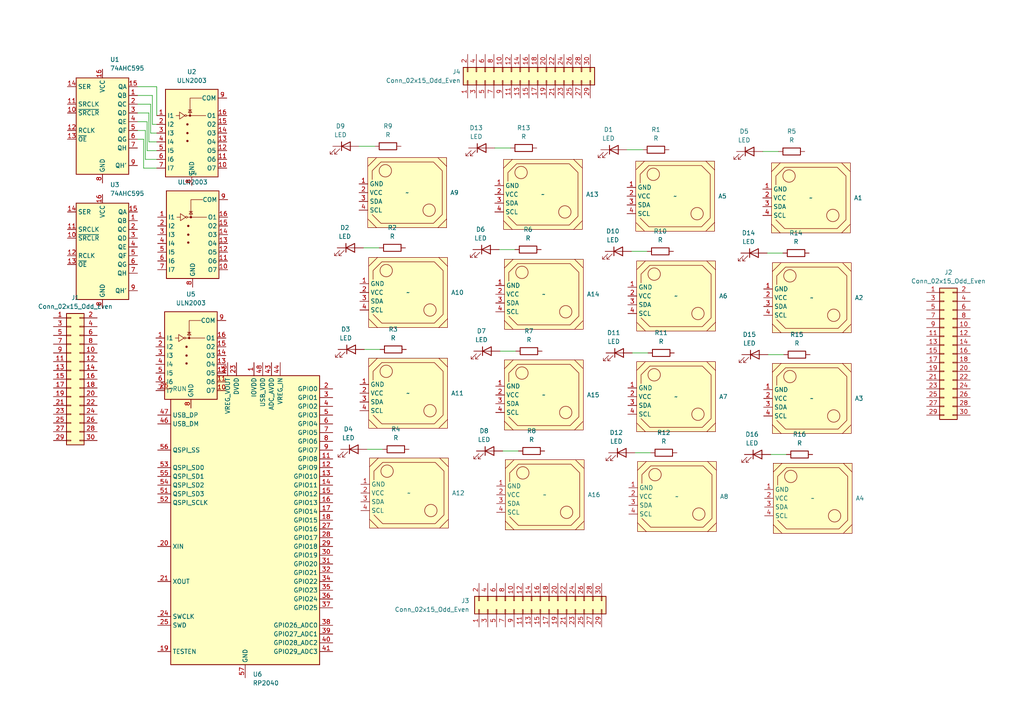
<source format=kicad_sch>
(kicad_sch (version 20230121) (generator eeschema)
  (paper "A4")
  (lib_symbols
    (symbol "74xx:74AHC595"
      (property "Reference" "U" (at -7.62 13.97 0))
      (property "Value" "74AHC595" (at -7.62 -16.51 0))
      (symbol "74AHC595_1_0"
        (pin tri_state line (at 10.16 7.62 180) (length 2.54) (name "QB") (number "1"))
        (pin input line (at -10.16 2.54 0) (length 2.54) (name "~{SRCLR}") (number "10"))
        (pin input line (at -10.16 5.08 0) (length 2.54) (name "SRCLK") (number "11"))
        (pin input line (at -10.16 -2.54 0) (length 2.54) (name "RCLK") (number "12"))
        (pin input line (at -10.16 -5.08 0) (length 2.54) (name "~{OE}") (number "13"))
        (pin input line (at -10.16 10.16 0) (length 2.54) (name "SER") (number "14"))
        (pin tri_state line (at 10.16 10.16 180) (length 2.54) (name "QA") (number "15"))
        (pin power_in line (at 0 15.24 270) (length 2.54) (name "VCC") (number "16"))
        (pin tri_state line (at 10.16 5.08 180) (length 2.54) (name "QC") (number "2"))
        (pin tri_state line (at 10.16 2.54 180) (length 2.54) (name "QD") (number "3"))
        (pin tri_state line (at 10.16 0 180) (length 2.54) (name "QE") (number "4"))
        (pin tri_state line (at 10.16 -2.54 180) (length 2.54) (name "QF") (number "5"))
        (pin tri_state line (at 10.16 -5.08 180) (length 2.54) (name "QG") (number "6"))
        (pin tri_state line (at 10.16 -7.62 180) (length 2.54) (name "QH") (number "7"))
        (pin power_in line (at 0 -17.78 90) (length 2.54) (name "GND") (number "8"))
        (pin output line (at 10.16 -12.7 180) (length 2.54) (name "QH'") (number "9"))
      )
      (symbol "74AHC595_1_1"
        (rectangle (start -7.62 12.7) (end 7.62 -15.24) (stroke (width 0.254)) (fill (type background)))
      )
    )
    (symbol "Connector_Generic:Conn_02x15_Odd_Even" (pin_names (offset 1.016) hide)
      (property "Reference" "J" (at 1.27 20.32 0))
      (property "Value" "Conn_02x15_Odd_Even" (at 1.27 -20.32 0))
      (symbol "Conn_02x15_Odd_Even_1_1"
        (rectangle (start -1.27 -17.653) (end 0 -17.907) (stroke (width 0.1524)))
        (rectangle (start -1.27 -15.113) (end 0 -15.367) (stroke (width 0.1524)))
        (rectangle (start -1.27 -12.573) (end 0 -12.827) (stroke (width 0.1524)))
        (rectangle (start -1.27 -10.033) (end 0 -10.287) (stroke (width 0.1524)))
        (rectangle (start -1.27 -7.493) (end 0 -7.747) (stroke (width 0.1524)))
        (rectangle (start -1.27 -4.953) (end 0 -5.207) (stroke (width 0.1524)))
        (rectangle (start -1.27 -2.413) (end 0 -2.667) (stroke (width 0.1524)))
        (rectangle (start -1.27 0.127) (end 0 -0.127) (stroke (width 0.1524)))
        (rectangle (start -1.27 2.667) (end 0 2.413) (stroke (width 0.1524)))
        (rectangle (start -1.27 5.207) (end 0 4.953) (stroke (width 0.1524)))
        (rectangle (start -1.27 7.747) (end 0 7.493) (stroke (width 0.1524)))
        (rectangle (start -1.27 10.287) (end 0 10.033) (stroke (width 0.1524)))
        (rectangle (start -1.27 12.827) (end 0 12.573) (stroke (width 0.1524)))
        (rectangle (start -1.27 15.367) (end 0 15.113) (stroke (width 0.1524)))
        (rectangle (start -1.27 17.907) (end 0 17.653) (stroke (width 0.1524)))
        (rectangle (start -1.27 19.05) (end 3.81 -19.05) (stroke (width 0.254)) (fill (type background)))
        (rectangle (start 3.81 -17.653) (end 2.54 -17.907) (stroke (width 0.1524)))
        (rectangle (start 3.81 -15.113) (end 2.54 -15.367) (stroke (width 0.1524)))
        (rectangle (start 3.81 -12.573) (end 2.54 -12.827) (stroke (width 0.1524)))
        (rectangle (start 3.81 -10.033) (end 2.54 -10.287) (stroke (width 0.1524)))
        (rectangle (start 3.81 -7.493) (end 2.54 -7.747) (stroke (width 0.1524)))
        (rectangle (start 3.81 -4.953) (end 2.54 -5.207) (stroke (width 0.1524)))
        (rectangle (start 3.81 -2.413) (end 2.54 -2.667) (stroke (width 0.1524)))
        (rectangle (start 3.81 0.127) (end 2.54 -0.127) (stroke (width 0.1524)))
        (rectangle (start 3.81 2.667) (end 2.54 2.413) (stroke (width 0.1524)))
        (rectangle (start 3.81 5.207) (end 2.54 4.953) (stroke (width 0.1524)))
        (rectangle (start 3.81 7.747) (end 2.54 7.493) (stroke (width 0.1524)))
        (rectangle (start 3.81 10.287) (end 2.54 10.033) (stroke (width 0.1524)))
        (rectangle (start 3.81 12.827) (end 2.54 12.573) (stroke (width 0.1524)))
        (rectangle (start 3.81 15.367) (end 2.54 15.113) (stroke (width 0.1524)))
        (rectangle (start 3.81 17.907) (end 2.54 17.653) (stroke (width 0.1524)))
        (pin passive line (at -5.08 17.78 0) (length 3.81) (name "Pin_1") (number "1"))
        (pin passive line (at 7.62 7.62 180) (length 3.81) (name "Pin_10") (number "10"))
        (pin passive line (at -5.08 5.08 0) (length 3.81) (name "Pin_11") (number "11"))
        (pin passive line (at 7.62 5.08 180) (length 3.81) (name "Pin_12") (number "12"))
        (pin passive line (at -5.08 2.54 0) (length 3.81) (name "Pin_13") (number "13"))
        (pin passive line (at 7.62 2.54 180) (length 3.81) (name "Pin_14") (number "14"))
        (pin passive line (at -5.08 0 0) (length 3.81) (name "Pin_15") (number "15"))
        (pin passive line (at 7.62 0 180) (length 3.81) (name "Pin_16") (number "16"))
        (pin passive line (at -5.08 -2.54 0) (length 3.81) (name "Pin_17") (number "17"))
        (pin passive line (at 7.62 -2.54 180) (length 3.81) (name "Pin_18") (number "18"))
        (pin passive line (at -5.08 -5.08 0) (length 3.81) (name "Pin_19") (number "19"))
        (pin passive line (at 7.62 17.78 180) (length 3.81) (name "Pin_2") (number "2"))
        (pin passive line (at 7.62 -5.08 180) (length 3.81) (name "Pin_20") (number "20"))
        (pin passive line (at -5.08 -7.62 0) (length 3.81) (name "Pin_21") (number "21"))
        (pin passive line (at 7.62 -7.62 180) (length 3.81) (name "Pin_22") (number "22"))
        (pin passive line (at -5.08 -10.16 0) (length 3.81) (name "Pin_23") (number "23"))
        (pin passive line (at 7.62 -10.16 180) (length 3.81) (name "Pin_24") (number "24"))
        (pin passive line (at -5.08 -12.7 0) (length 3.81) (name "Pin_25") (number "25"))
        (pin passive line (at 7.62 -12.7 180) (length 3.81) (name "Pin_26") (number "26"))
        (pin passive line (at -5.08 -15.24 0) (length 3.81) (name "Pin_27") (number "27"))
        (pin passive line (at 7.62 -15.24 180) (length 3.81) (name "Pin_28") (number "28"))
        (pin passive line (at -5.08 -17.78 0) (length 3.81) (name "Pin_29") (number "29"))
        (pin passive line (at -5.08 15.24 0) (length 3.81) (name "Pin_3") (number "3"))
        (pin passive line (at 7.62 -17.78 180) (length 3.81) (name "Pin_30") (number "30"))
        (pin passive line (at 7.62 15.24 180) (length 3.81) (name "Pin_4") (number "4"))
        (pin passive line (at -5.08 12.7 0) (length 3.81) (name "Pin_5") (number "5"))
        (pin passive line (at 7.62 12.7 180) (length 3.81) (name "Pin_6") (number "6"))
        (pin passive line (at -5.08 10.16 0) (length 3.81) (name "Pin_7") (number "7"))
        (pin passive line (at 7.62 10.16 180) (length 3.81) (name "Pin_8") (number "8"))
        (pin passive line (at -5.08 7.62 0) (length 3.81) (name "Pin_9") (number "9"))
      )
    )
    (symbol "DZEM:PN532_NFC"
      (property "Reference" "A" (at -1.27 0 0))
      (symbol "PN532_NFC_0_1"
        (circle (center -6.35 6.35) (radius 1.7961))
        (polyline (pts (xy -11.43 7.62) (xy -8.89 10.16)))
        (polyline (pts (xy 8.89 10.16) (xy 11.43 7.62)))
        (polyline (pts (xy -10.16 3.81) (xy -10.16 6.35) (xy -7.62 8.89) (xy 7.62 8.89) (xy 10.16 6.35) (xy 10.16 -6.35) (xy 7.62 -8.89) (xy -6.35 -8.89) (xy -7.62 -8.89) (xy -10.16 -6.35)))
        (circle (center 6.35 -5.08) (radius 1.7961))
      )
      (symbol "PN532_NFC_1_1"
        (rectangle (start -11.43 10.16) (end 11.43 -10.16) (fill (type background)))
        (polyline (pts (xy -11.43 -7.62) (xy -8.89 -10.16)))
        (polyline (pts (xy 11.43 -7.62) (xy 8.89 -10.16)))
        (pin power_in line (at -13.97 2.54 0) (length 2.54) (name "GND") (number "1"))
        (pin power_in line (at -13.97 0 0) (length 2.54) (name "VCC") (number "2"))
        (pin bidirectional line (at -13.97 -2.54 0) (length 2.54) (name "SDA") (number "3"))
        (pin bidirectional line (at -13.97 -5.08 0) (length 2.54) (name "SCL") (number "4"))
      )
    )
    (symbol "Device:LED" (pin_numbers hide) (pin_names (offset 1.016) hide)
      (property "Reference" "D" (at 0 2.54 0))
      (property "Value" "LED" (at 0 -2.54 0))
      (symbol "LED_0_1"
        (polyline (pts (xy -1.27 -1.27) (xy -1.27 1.27)) (stroke (width 0.254)))
        (polyline (pts (xy -1.27 0) (xy 1.27 0)))
        (polyline (pts (xy 1.27 -1.27) (xy 1.27 1.27) (xy -1.27 0) (xy 1.27 -1.27)) (stroke (width 0.254)))
        (polyline (pts (xy -3.048 -0.762) (xy -4.572 -2.286) (xy -3.81 -2.286) (xy -4.572 -2.286) (xy -4.572 -1.524)))
        (polyline (pts (xy -1.778 -0.762) (xy -3.302 -2.286) (xy -2.54 -2.286) (xy -3.302 -2.286) (xy -3.302 -1.524)))
      )
      (symbol "LED_1_1"
        (pin passive line (at -3.81 0 0) (length 2.54) (name "K") (number "1"))
        (pin passive line (at 3.81 0 180) (length 2.54) (name "A") (number "2"))
      )
    )
    (symbol "Device:R" (pin_numbers hide) (pin_names (offset 0))
      (property "Reference" "R" (at 2.032 0 90))
      (property "Value" "R" (at 0 0 90))
      (symbol "R_0_1"
        (rectangle (start -1.016 -2.54) (end 1.016 2.54) (stroke (width 0.254)))
      )
      (symbol "R_1_1"
        (pin passive line (at 0 3.81 270) (length 1.27) (name "~") (number "1"))
        (pin passive line (at 0 -3.81 90) (length 1.27) (name "~") (number "2"))
      )
    )
    (symbol "MCU_RaspberryPi:RP2040"
      (property "Reference" "U" (at 17.78 45.72 0))
      (property "Value" "RP2040" (at 17.78 43.18 0))
      (symbol "RP2040_0_1"
        (rectangle (start -21.59 41.91) (end 21.59 -41.91) (stroke (width 0.254)) (fill (type background)))
      )
      (symbol "RP2040_1_1"
        (pin power_in line (at 2.54 45.72 270) (length 3.81) (name "IOVDD") (number "1"))
        (pin passive line (at 2.54 45.72 270) (length 3.81) hide (name "IOVDD") (number "10"))
        (pin bidirectional line (at 25.4 17.78 180) (length 3.81) (name "GPIO8") (number "11"))
        (pin bidirectional line (at 25.4 15.24 180) (length 3.81) (name "GPIO9") (number "12"))
        (pin bidirectional line (at 25.4 12.7 180) (length 3.81) (name "GPIO10") (number "13"))
        (pin bidirectional line (at 25.4 10.16 180) (length 3.81) (name "GPIO11") (number "14"))
        (pin bidirectional line (at 25.4 7.62 180) (length 3.81) (name "GPIO12") (number "15"))
        (pin bidirectional line (at 25.4 5.08 180) (length 3.81) (name "GPIO13") (number "16"))
        (pin bidirectional line (at 25.4 2.54 180) (length 3.81) (name "GPIO14") (number "17"))
        (pin bidirectional line (at 25.4 0 180) (length 3.81) (name "GPIO15") (number "18"))
        (pin input line (at -25.4 -38.1 0) (length 3.81) (name "TESTEN") (number "19"))
        (pin bidirectional line (at 25.4 38.1 180) (length 3.81) (name "GPIO0") (number "2"))
        (pin input line (at -25.4 -7.62 0) (length 3.81) (name "XIN") (number "20"))
        (pin passive line (at -25.4 -17.78 0) (length 3.81) (name "XOUT") (number "21"))
        (pin passive line (at 2.54 45.72 270) (length 3.81) hide (name "IOVDD") (number "22"))
        (pin power_in line (at -2.54 45.72 270) (length 3.81) (name "DVDD") (number "23"))
        (pin input line (at -25.4 -27.94 0) (length 3.81) (name "SWCLK") (number "24"))
        (pin bidirectional line (at -25.4 -30.48 0) (length 3.81) (name "SWD") (number "25"))
        (pin input line (at -25.4 38.1 0) (length 3.81) (name "RUN") (number "26"))
        (pin bidirectional line (at 25.4 -2.54 180) (length 3.81) (name "GPIO16") (number "27"))
        (pin bidirectional line (at 25.4 -5.08 180) (length 3.81) (name "GPIO17") (number "28"))
        (pin bidirectional line (at 25.4 -7.62 180) (length 3.81) (name "GPIO18") (number "29"))
        (pin bidirectional line (at 25.4 35.56 180) (length 3.81) (name "GPIO1") (number "3"))
        (pin bidirectional line (at 25.4 -10.16 180) (length 3.81) (name "GPIO19") (number "30"))
        (pin bidirectional line (at 25.4 -12.7 180) (length 3.81) (name "GPIO20") (number "31"))
        (pin bidirectional line (at 25.4 -15.24 180) (length 3.81) (name "GPIO21") (number "32"))
        (pin passive line (at 2.54 45.72 270) (length 3.81) hide (name "IOVDD") (number "33"))
        (pin bidirectional line (at 25.4 -17.78 180) (length 3.81) (name "GPIO22") (number "34"))
        (pin bidirectional line (at 25.4 -20.32 180) (length 3.81) (name "GPIO23") (number "35"))
        (pin bidirectional line (at 25.4 -22.86 180) (length 3.81) (name "GPIO24") (number "36"))
        (pin bidirectional line (at 25.4 -25.4 180) (length 3.81) (name "GPIO25") (number "37"))
        (pin bidirectional line (at 25.4 -30.48 180) (length 3.81) (name "GPIO26_ADC0") (number "38"))
        (pin bidirectional line (at 25.4 -33.02 180) (length 3.81) (name "GPIO27_ADC1") (number "39"))
        (pin bidirectional line (at 25.4 33.02 180) (length 3.81) (name "GPIO2") (number "4"))
        (pin bidirectional line (at 25.4 -35.56 180) (length 3.81) (name "GPIO28_ADC2") (number "40"))
        (pin bidirectional line (at 25.4 -38.1 180) (length 3.81) (name "GPIO29_ADC3") (number "41"))
        (pin passive line (at 2.54 45.72 270) (length 3.81) hide (name "IOVDD") (number "42"))
        (pin power_in line (at 7.62 45.72 270) (length 3.81) (name "ADC_AVDD") (number "43"))
        (pin power_in line (at 10.16 45.72 270) (length 3.81) (name "VREG_IN") (number "44"))
        (pin power_out line (at -5.08 45.72 270) (length 3.81) (name "VREG_VOUT") (number "45"))
        (pin bidirectional line (at -25.4 27.94 0) (length 3.81) (name "USB_DM") (number "46"))
        (pin bidirectional line (at -25.4 30.48 0) (length 3.81) (name "USB_DP") (number "47"))
        (pin power_in line (at 5.08 45.72 270) (length 3.81) (name "USB_VDD") (number "48"))
        (pin passive line (at 2.54 45.72 270) (length 3.81) hide (name "IOVDD") (number "49"))
        (pin bidirectional line (at 25.4 30.48 180) (length 3.81) (name "GPIO3") (number "5"))
        (pin passive line (at -2.54 45.72 270) (length 3.81) hide (name "DVDD") (number "50"))
        (pin bidirectional line (at -25.4 7.62 0) (length 3.81) (name "QSPI_SD3") (number "51"))
        (pin output line (at -25.4 5.08 0) (length 3.81) (name "QSPI_SCLK") (number "52"))
        (pin bidirectional line (at -25.4 15.24 0) (length 3.81) (name "QSPI_SD0") (number "53"))
        (pin bidirectional line (at -25.4 10.16 0) (length 3.81) (name "QSPI_SD2") (number "54"))
        (pin bidirectional line (at -25.4 12.7 0) (length 3.81) (name "QSPI_SD1") (number "55"))
        (pin bidirectional line (at -25.4 20.32 0) (length 3.81) (name "QSPI_SS") (number "56"))
        (pin power_in line (at 0 -45.72 90) (length 3.81) (name "GND") (number "57"))
        (pin bidirectional line (at 25.4 27.94 180) (length 3.81) (name "GPIO4") (number "6"))
        (pin bidirectional line (at 25.4 25.4 180) (length 3.81) (name "GPIO5") (number "7"))
        (pin bidirectional line (at 25.4 22.86 180) (length 3.81) (name "GPIO6") (number "8"))
        (pin bidirectional line (at 25.4 20.32 180) (length 3.81) (name "GPIO7") (number "9"))
      )
    )
    (symbol "Transistor_Array:ULN2003"
      (property "Reference" "U" (at 0 15.875 0))
      (property "Value" "ULN2003" (at 0 13.97 0))
      (symbol "ULN2003_0_1"
        (rectangle (start -7.62 -12.7) (end 7.62 12.7) (stroke (width 0.254)) (fill (type background)))
        (circle (center -1.778 5.08) (radius 0.254))
        (circle (center -1.27 -2.286) (radius 0.254) (fill (type outline)))
        (circle (center -1.27 0) (radius 0.254) (fill (type outline)))
        (circle (center -1.27 2.54) (radius 0.254) (fill (type outline)))
        (circle (center -0.508 5.08) (radius 0.254) (fill (type outline)))
        (polyline (pts (xy -4.572 5.08) (xy -3.556 5.08)))
        (polyline (pts (xy -1.524 5.08) (xy 4.064 5.08)))
        (polyline (pts (xy 0 6.731) (xy -1.016 6.731)))
        (polyline (pts (xy -0.508 5.08) (xy -0.508 10.16) (xy 2.921 10.16)))
        (polyline (pts (xy -3.556 6.096) (xy -3.556 4.064) (xy -2.032 5.08) (xy -3.556 6.096)))
        (polyline (pts (xy 0 5.969) (xy -1.016 5.969) (xy -0.508 6.731) (xy 0 5.969)))
      )
      (symbol "ULN2003_1_1"
        (pin input line (at -10.16 5.08 0) (length 2.54) (name "I1") (number "1"))
        (pin open_collector line (at 10.16 -10.16 180) (length 2.54) (name "O7") (number "10"))
        (pin open_collector line (at 10.16 -7.62 180) (length 2.54) (name "O6") (number "11"))
        (pin open_collector line (at 10.16 -5.08 180) (length 2.54) (name "O5") (number "12"))
        (pin open_collector line (at 10.16 -2.54 180) (length 2.54) (name "O4") (number "13"))
        (pin open_collector line (at 10.16 0 180) (length 2.54) (name "O3") (number "14"))
        (pin open_collector line (at 10.16 2.54 180) (length 2.54) (name "O2") (number "15"))
        (pin open_collector line (at 10.16 5.08 180) (length 2.54) (name "O1") (number "16"))
        (pin input line (at -10.16 2.54 0) (length 2.54) (name "I2") (number "2"))
        (pin input line (at -10.16 0 0) (length 2.54) (name "I3") (number "3"))
        (pin input line (at -10.16 -2.54 0) (length 2.54) (name "I4") (number "4"))
        (pin input line (at -10.16 -5.08 0) (length 2.54) (name "I5") (number "5"))
        (pin input line (at -10.16 -7.62 0) (length 2.54) (name "I6") (number "6"))
        (pin input line (at -10.16 -10.16 0) (length 2.54) (name "I7") (number "7"))
        (pin power_in line (at 0 -15.24 90) (length 2.54) (name "GND") (number "8"))
        (pin passive line (at 10.16 10.16 180) (length 2.54) (name "COM") (number "9"))
      )
    )
  )
  (wire (pts (xy 44.196 36.068) (xy 45.466 36.068)))
  (wire (pts (xy 41.656 48.768) (xy 45.466 48.768)))
  (wire (pts (xy 45.466 25.146) (xy 45.466 33.528)))
  (wire (pts (xy 106.426 130.302) (xy 110.998 130.302)))
  (wire (pts (xy 43.18 41.148) (xy 45.466 41.148)))
  (wire (pts (xy 105.41 71.882) (xy 109.982 71.882)))
  (wire (pts (xy 181.864 43.434) (xy 186.436 43.434)))
  (wire (pts (xy 223.52 131.826) (xy 228.092 131.826)))
  (wire (pts (xy 183.388 102.362) (xy 187.96 102.362)))
  (wire (pts (xy 39.878 25.146) (xy 45.466 25.146)))
  (wire (pts (xy 222.758 102.87) (xy 227.33 102.87)))
  (wire (pts (xy 222.504 73.406) (xy 227.076 73.406)))
  (wire (pts (xy 42.672 35.306) (xy 42.672 43.688)))
  (wire (pts (xy 41.656 40.386) (xy 41.656 48.768)))
  (wire (pts (xy 39.878 27.686) (xy 44.196 27.686)))
  (wire (pts (xy 42.164 37.846) (xy 42.164 46.228)))
  (wire (pts (xy 42.672 43.688) (xy 45.466 43.688)))
  (wire (pts (xy 44.196 27.686) (xy 44.196 36.068)))
  (wire (pts (xy 145.796 130.81) (xy 150.368 130.81)))
  (wire (pts (xy 39.878 30.226) (xy 43.688 30.226)))
  (wire (pts (xy 183.134 72.898) (xy 187.706 72.898)))
  (wire (pts (xy 105.664 101.346) (xy 110.236 101.346)))
  (wire (pts (xy 43.18 32.766) (xy 43.18 41.148)))
  (wire (pts (xy 143.51 42.926) (xy 148.082 42.926)))
  (wire (pts (xy 43.688 30.226) (xy 43.688 38.608)))
  (wire (pts (xy 39.878 40.386) (xy 41.656 40.386)))
  (wire (pts (xy 221.234 43.942) (xy 225.806 43.942)))
  (wire (pts (xy 39.878 37.846) (xy 42.164 37.846)))
  (wire (pts (xy 144.78 72.39) (xy 149.352 72.39)))
  (wire (pts (xy 145.034 101.854) (xy 149.606 101.854)))
  (wire (pts (xy 184.15 131.318) (xy 188.722 131.318)))
  (wire (pts (xy 42.164 46.228) (xy 45.466 46.228)))
  (wire (pts (xy 104.14 42.418) (xy 108.712 42.418)))
  (wire (pts (xy 43.688 38.608) (xy 45.466 38.608)))
  (wire (pts (xy 39.878 35.306) (xy 42.672 35.306)))
  (wire (pts (xy 39.878 32.766) (xy 43.18 32.766)))
  (symbol (lib_id "Device:LED") (at 219.71 131.826 0) (unit 1)
    (property "Reference" "D16" (at 218.1225 125.984 0))
    (property "Value" "LED" (at 218.1225 128.524 0))
    (property "Footprint" "LED_THT:LED_D3.0mm" (effects hide))
  )
  (symbol (lib_id "DZEM:PN532_NFC") (at 118.364 114.046 0) (unit 1)
    (property "Reference" "A11" (at 130.81 114.046 0) (effects (justify left)))
    (property "Value" "~" (at 118.364 114.046 0))
    (property "Footprint" "DZEM:PN532_NFC_module_v3" (effects hide))
  )
  (symbol (lib_id "Device:LED") (at 179.578 102.362 0) (unit 1)
    (property "Reference" "D11" (at 177.9905 96.52 0))
    (property "Value" "LED" (at 177.9905 99.06 0))
    (property "Footprint" "LED_THT:LED_D3.0mm" (effects hide))
  )
  (symbol (lib_id "Transistor_Array:ULN2003") (at 55.372 103.124 0) (unit 1)
    (property "Reference" "U5" (at 55.372 85.344 0))
    (property "Value" "ULN2003" (at 55.372 87.884 0))
    (property "Datasheet" "http://www.ti.com/lit/ds/symlink/uln2003a.pdf" (effects hide))
  )
  (symbol (lib_id "Device:R") (at 114.808 130.302 270) (unit 1)
    (property "Reference" "R4" (at 114.808 124.46 90))
    (property "Value" "R" (at 114.808 127 90))
    (property "Footprint" "DZEM:R_Axial_DIN0207_L6.3mm_D2.5mm_P7.62mm_Horizontal" (effects hide))
  )
  (symbol (lib_id "MCU_RaspberryPi:RP2040") (at 71.12 150.876 0) (unit 1)
    (property "Reference" "U6" (at 73.3141 195.58 0) (effects (justify left)))
    (property "Value" "RP2040" (at 73.3141 198.12 0) (effects (justify left)))
    (property "Footprint" "Package_DFN_QFN:QFN-56-1EP_7x7mm_P0.4mm_EP3.2x3.2mm" (effects hide))
    (property "Datasheet" "https://datasheets.raspberrypi.com/rp2040/rp2040-datasheet.pdf" (effects hide))
  )
  (symbol (lib_id "DZEM:PN532_NFC") (at 235.458 115.57 0) (unit 1)
    (property "Reference" "A3" (at 247.904 115.57 0) (effects (justify left)))
    (property "Value" "~" (at 235.458 115.57 0))
    (property "Footprint" "DZEM:PN532_NFC_module_v3" (effects hide))
  )
  (symbol (lib_id "74xx:74AHC595") (at 29.718 35.306 0) (unit 1)
    (property "Reference" "U1" (at 31.9121 17.272 0) (effects (justify left)))
    (property "Value" "74AHC595" (at 31.9121 19.812 0) (effects (justify left)))
    (property "Footprint" "Package_DIP:DIP-16_W7.62mm" (effects hide))
    (property "Datasheet" "https://assets.nexperia.com/documents/data-sheet/74AHC_AHCT595.pdf" (effects hide))
  )
  (symbol (lib_id "Device:LED") (at 140.97 72.39 0) (unit 1)
    (property "Reference" "D6" (at 139.3825 66.548 0))
    (property "Value" "LED" (at 139.3825 69.088 0))
    (property "Footprint" "LED_THT:LED_D3.0mm" (effects hide))
  )
  (symbol (lib_id "Device:R") (at 112.522 42.418 270) (unit 1)
    (property "Reference" "R9" (at 112.522 36.576 90))
    (property "Value" "R" (at 112.522 39.116 90))
    (property "Footprint" "DZEM:R_Axial_DIN0207_L6.3mm_D2.5mm_P7.62mm_Horizontal" (effects hide))
  )
  (symbol (lib_id "Device:R") (at 153.416 101.854 270) (unit 1)
    (property "Reference" "R7" (at 153.416 96.012 90))
    (property "Value" "R" (at 153.416 98.552 90))
    (property "Footprint" "DZEM:R_Axial_DIN0207_L6.3mm_D2.5mm_P7.62mm_Horizontal" (effects hide))
  )
  (symbol (lib_id "Connector_Generic:Conn_02x15_Odd_Even") (at 273.812 102.616 0) (unit 1)
    (property "Reference" "J2" (at 275.082 78.994 0))
    (property "Value" "Conn_02x15_Odd_Even" (at 275.082 81.534 0))
    (property "Footprint" "Connector_PinHeader_2.54mm:PinHeader_2x15_P2.54mm_Vertical" (effects hide))
  )
  (symbol (lib_id "Device:LED") (at 101.6 71.882 0) (unit 1)
    (property "Reference" "D2" (at 100.0125 66.04 0))
    (property "Value" "LED" (at 100.0125 68.58 0))
    (property "Footprint" "LED_THT:LED_D3.0mm" (effects hide))
  )
  (symbol (lib_id "DZEM:PN532_NFC") (at 235.458 86.36 0) (unit 1)
    (property "Reference" "A2" (at 247.904 86.36 0) (effects (justify left)))
    (property "Value" "~" (at 235.458 86.36 0))
    (property "Footprint" "DZEM:PN532_NFC_module_v3" (effects hide))
  )
  (symbol (lib_id "Device:LED") (at 218.694 73.406 0) (unit 1)
    (property "Reference" "D14" (at 217.1065 67.564 0))
    (property "Value" "LED" (at 217.1065 70.104 0))
    (property "Footprint" "LED_THT:LED_D3.0mm" (effects hide))
  )
  (symbol (lib_id "Device:LED") (at 102.616 130.302 0) (unit 1)
    (property "Reference" "D4" (at 101.0285 124.46 0))
    (property "Value" "LED" (at 101.0285 127 0))
    (property "Footprint" "LED_THT:LED_D3.0mm" (effects hide))
  )
  (symbol (lib_id "Transistor_Array:ULN2003") (at 55.626 38.608 0) (unit 1)
    (property "Reference" "U2" (at 55.626 20.828 0))
    (property "Value" "ULN2003" (at 55.626 23.368 0))
    (property "Footprint" "Package_DIP:DIP-16_W7.62mm" (effects hide))
    (property "Datasheet" "http://www.ti.com/lit/ds/symlink/uln2003a.pdf" (effects hide))
  )
  (symbol (lib_id "Connector_Generic:Conn_02x15_Odd_Even") (at 20.574 109.982 0) (unit 1)
    (property "Reference" "J1" (at 21.844 86.36 0))
    (property "Value" "Conn_02x15_Odd_Even" (at 21.844 88.9 0))
    (property "Footprint" "Connector_PinHeader_2.54mm:PinHeader_2x15_P2.54mm_Vertical" (effects hide))
  )
  (symbol (lib_id "Device:R") (at 190.246 43.434 270) (unit 1)
    (property "Reference" "R1" (at 190.246 37.592 90))
    (property "Value" "R" (at 190.246 40.132 90))
    (property "Footprint" "DZEM:R_Axial_DIN0207_L6.3mm_D2.5mm_P7.62mm_Horizontal" (effects hide))
  )
  (symbol (lib_id "Device:R") (at 231.14 102.87 270) (unit 1)
    (property "Reference" "R15" (at 231.14 97.028 90))
    (property "Value" "R" (at 231.14 99.568 90))
    (property "Footprint" "DZEM:R_Axial_DIN0207_L6.3mm_D2.5mm_P7.62mm_Horizontal" (effects hide))
  )
  (symbol (lib_id "DZEM:PN532_NFC") (at 157.988 143.51 0) (unit 1)
    (property "Reference" "A16" (at 170.434 143.51 0) (effects (justify left)))
    (property "Value" "~" (at 157.988 143.51 0))
    (property "Footprint" "DZEM:PN532_NFC_module_v3" (effects hide))
  )
  (symbol (lib_id "DZEM:PN532_NFC") (at 118.618 143.002 0) (unit 1)
    (property "Reference" "A12" (at 131.064 143.002 0) (effects (justify left)))
    (property "Value" "~" (at 118.618 143.002 0))
    (property "Footprint" "DZEM:PN532_NFC_module_v3" (effects hide))
  )
  (symbol (lib_id "Device:R") (at 191.516 72.898 270) (unit 1)
    (property "Reference" "R10" (at 191.516 67.056 90))
    (property "Value" "R" (at 191.516 69.596 90))
    (property "Footprint" "DZEM:R_Axial_DIN0207_L6.3mm_D2.5mm_P7.62mm_Horizontal" (effects hide))
  )
  (symbol (lib_id "Device:R") (at 113.792 71.882 270) (unit 1)
    (property "Reference" "R2" (at 113.792 66.04 90))
    (property "Value" "R" (at 113.792 68.58 90))
    (property "Footprint" "DZEM:R_Axial_DIN0207_L6.3mm_D2.5mm_P7.62mm_Horizontal" (effects hide))
  )
  (symbol (lib_id "Device:LED") (at 141.224 101.854 0) (unit 1)
    (property "Reference" "D7" (at 139.6365 96.012 0))
    (property "Value" "LED" (at 139.6365 98.552 0))
    (property "Footprint" "LED_THT:LED_D3.0mm" (effects hide))
  )
  (symbol (lib_id "DZEM:PN532_NFC") (at 118.364 84.836 0) (unit 1)
    (property "Reference" "A10" (at 130.81 84.836 0) (effects (justify left)))
    (property "Value" "~" (at 118.364 84.836 0))
    (property "Footprint" "DZEM:PN532_NFC_module_v3" (effects hide))
  )
  (symbol (lib_id "Device:LED") (at 139.7 42.926 0) (unit 1)
    (property "Reference" "D13" (at 138.1125 37.084 0))
    (property "Value" "LED" (at 138.1125 39.624 0))
    (property "Footprint" "LED_THT:LED_D3.0mm" (effects hide))
  )
  (symbol (lib_id "DZEM:PN532_NFC") (at 235.712 144.526 0) (unit 1)
    (property "Reference" "A4" (at 248.158 144.526 0) (effects (justify left)))
    (property "Value" "~" (at 235.712 144.526 0))
    (property "Footprint" "DZEM:PN532_NFC_module_v3" (effects hide))
  )
  (symbol (lib_id "DZEM:PN532_NFC") (at 196.342 144.018 0) (unit 1)
    (property "Reference" "A8" (at 208.788 144.018 0) (effects (justify left)))
    (property "Value" "~" (at 196.342 144.018 0))
    (property "Footprint" "DZEM:PN532_NFC_module_v3" (effects hide))
  )
  (symbol (lib_id "Device:R") (at 153.162 72.39 270) (unit 1)
    (property "Reference" "R6" (at 153.162 66.548 90))
    (property "Value" "R" (at 153.162 69.088 90))
    (property "Footprint" "DZEM:R_Axial_DIN0207_L6.3mm_D2.5mm_P7.62mm_Horizontal" (effects hide))
  )
  (symbol (lib_id "Connector_Generic:Conn_02x15_Odd_Even") (at 156.718 176.784 90) (unit 1)
    (property "Reference" "J3" (at 136.144 174.244 90) (effects (justify left)))
    (property "Value" "Conn_02x15_Odd_Even" (at 136.144 176.784 90) (effects (justify left)))
    (property "Footprint" "Connector_PinHeader_2.54mm:PinHeader_2x15_P2.54mm_Vertical" (effects hide))
  )
  (symbol (lib_id "Device:LED") (at 100.33 42.418 0) (unit 1)
    (property "Reference" "D9" (at 98.7425 36.576 0))
    (property "Value" "LED" (at 98.7425 39.116 0))
    (property "Footprint" "LED_THT:LED_D3.0mm" (effects hide))
  )
  (symbol (lib_id "Device:LED") (at 178.054 43.434 0) (unit 1)
    (property "Reference" "D1" (at 176.4665 37.592 0))
    (property "Value" "LED" (at 176.4665 40.132 0))
    (property "Footprint" "LED_THT:LED_D3.0mm" (effects hide))
  )
  (symbol (lib_id "DZEM:PN532_NFC") (at 157.734 85.344 0) (unit 1)
    (property "Reference" "A14" (at 170.18 85.344 0) (effects (justify left)))
    (property "Value" "~" (at 157.734 85.344 0))
    (property "Footprint" "DZEM:PN532_NFC_module_v3" (effects hide))
  )
  (symbol (lib_id "Device:R") (at 151.892 42.926 270) (unit 1)
    (property "Reference" "R13" (at 151.892 37.084 90))
    (property "Value" "R" (at 151.892 39.624 90))
    (property "Footprint" "DZEM:R_Axial_DIN0207_L6.3mm_D2.5mm_P7.62mm_Horizontal" (effects hide))
  )
  (symbol (lib_id "Device:LED") (at 179.324 72.898 0) (unit 1)
    (property "Reference" "D10" (at 177.7365 67.056 0))
    (property "Value" "LED" (at 177.7365 69.596 0))
    (property "Footprint" "LED_THT:LED_D3.0mm" (effects hide))
  )
  (symbol (lib_id "Device:R") (at 154.178 130.81 270) (unit 1)
    (property "Reference" "R8" (at 154.178 124.968 90))
    (property "Value" "R" (at 154.178 127.508 90))
    (property "Footprint" "DZEM:R_Axial_DIN0207_L6.3mm_D2.5mm_P7.62mm_Horizontal" (effects hide))
  )
  (symbol (lib_id "Device:LED") (at 141.986 130.81 0) (unit 1)
    (property "Reference" "D8" (at 140.3985 124.968 0))
    (property "Value" "LED" (at 140.3985 127.508 0))
    (property "Footprint" "LED_THT:LED_D3.0mm" (effects hide))
  )
  (symbol (lib_id "Transistor_Array:ULN2003") (at 55.88 68.072 0) (unit 1)
    (property "Reference" "U4" (at 55.88 50.292 0))
    (property "Value" "ULN2003" (at 55.88 52.832 0))
    (property "Datasheet" "http://www.ti.com/lit/ds/symlink/uln2003a.pdf" (effects hide))
  )
  (symbol (lib_id "Device:R") (at 191.77 102.362 270) (unit 1)
    (property "Reference" "R11" (at 191.77 96.52 90))
    (property "Value" "R" (at 191.77 99.06 90))
    (property "Footprint" "DZEM:R_Axial_DIN0207_L6.3mm_D2.5mm_P7.62mm_Horizontal" (effects hide))
  )
  (symbol (lib_id "74xx:74AHC595") (at 29.718 71.628 0) (unit 1)
    (property "Reference" "U3" (at 31.9121 53.594 0) (effects (justify left)))
    (property "Value" "74AHC595" (at 31.9121 56.134 0) (effects (justify left)))
    (property "Footprint" "Package_DIP:DIP-16_W7.62mm" (effects hide))
    (property "Datasheet" "https://assets.nexperia.com/documents/data-sheet/74AHC_AHCT595.pdf" (effects hide))
  )
  (symbol (lib_id "DZEM:PN532_NFC") (at 196.088 85.852 0) (unit 1)
    (property "Reference" "A6" (at 208.534 85.852 0) (effects (justify left)))
    (property "Value" "~" (at 196.088 85.852 0))
    (property "Footprint" "DZEM:PN532_NFC_module_v3" (effects hide))
  )
  (symbol (lib_id "DZEM:PN532_NFC") (at 157.48 56.388 0) (unit 1)
    (property "Reference" "A13" (at 169.926 56.388 0) (effects (justify left)))
    (property "Value" "~" (at 157.48 56.388 0))
    (property "Footprint" "DZEM:PN532_NFC_module_v3" (effects hide))
  )
  (symbol (lib_id "DZEM:PN532_NFC") (at 157.734 114.554 0) (unit 1)
    (property "Reference" "A15" (at 170.18 114.554 0) (effects (justify left)))
    (property "Value" "~" (at 157.734 114.554 0))
    (property "Footprint" "DZEM:PN532_NFC_module_v3" (effects hide))
  )
  (symbol (lib_id "DZEM:PN532_NFC") (at 196.088 115.062 0) (unit 1)
    (property "Reference" "A7" (at 208.534 115.062 0) (effects (justify left)))
    (property "Value" "~" (at 196.088 115.062 0))
    (property "Footprint" "DZEM:PN532_NFC_module_v3" (effects hide))
  )
  (symbol (lib_id "Device:R") (at 230.886 73.406 270) (unit 1)
    (property "Reference" "R14" (at 230.886 67.564 90))
    (property "Value" "R" (at 230.886 70.104 90))
    (property "Footprint" "DZEM:R_Axial_DIN0207_L6.3mm_D2.5mm_P7.62mm_Horizontal" (effects hide))
  )
  (symbol (lib_id "Device:R") (at 229.616 43.942 270) (unit 1)
    (property "Reference" "R5" (at 229.616 38.1 90))
    (property "Value" "R" (at 229.616 40.64 90))
    (property "Footprint" "DZEM:R_Axial_DIN0207_L6.3mm_D2.5mm_P7.62mm_Horizontal" (effects hide))
  )
  (symbol (lib_id "Device:LED") (at 218.948 102.87 0) (unit 1)
    (property "Reference" "D15" (at 217.3605 97.028 0))
    (property "Value" "LED" (at 217.3605 99.568 0))
    (property "Footprint" "LED_THT:LED_D3.0mm" (effects hide))
  )
  (symbol (lib_id "Device:R") (at 114.046 101.346 270) (unit 1)
    (property "Reference" "R3" (at 114.046 95.504 90))
    (property "Value" "R" (at 114.046 98.044 90))
    (property "Footprint" "DZEM:R_Axial_DIN0207_L6.3mm_D2.5mm_P7.62mm_Horizontal" (effects hide))
  )
  (symbol (lib_id "Device:LED") (at 101.854 101.346 0) (unit 1)
    (property "Reference" "D3" (at 100.2665 95.504 0))
    (property "Value" "LED" (at 100.2665 98.044 0))
    (property "Footprint" "LED_THT:LED_D3.0mm" (effects hide))
  )
  (symbol (lib_id "Device:LED") (at 180.34 131.318 0) (unit 1)
    (property "Reference" "D12" (at 178.7525 125.476 0))
    (property "Value" "LED" (at 178.7525 128.016 0))
    (property "Footprint" "LED_THT:LED_D3.0mm" (effects hide))
  )
  (symbol (lib_id "Connector_Generic:Conn_02x15_Odd_Even") (at 153.416 23.368 90) (unit 1)
    (property "Reference" "J4" (at 133.604 20.828 90) (effects (justify left)))
    (property "Value" "Conn_02x15_Odd_Even" (at 133.604 23.368 90) (effects (justify left)))
    (property "Footprint" "Connector_PinHeader_2.54mm:PinHeader_2x15_P2.54mm_Vertical" (effects hide))
  )
  (symbol (lib_id "DZEM:PN532_NFC") (at 195.834 56.896 0) (unit 1)
    (property "Reference" "A5" (at 208.28 56.896 0) (effects (justify left)))
    (property "Value" "~" (at 195.834 56.896 0))
    (property "Footprint" "DZEM:PN532_NFC_module_v3" (effects hide))
  )
  (symbol (lib_id "DZEM:PN532_NFC") (at 118.11 55.88 0) (unit 1)
    (property "Reference" "A9" (at 130.556 55.88 0) (effects (justify left)))
    (property "Value" "~" (at 118.11 55.88 0))
    (property "Footprint" "DZEM:PN532_NFC_module_v3" (effects hide))
  )
  (symbol (lib_id "Device:R") (at 192.532 131.318 270) (unit 1)
    (property "Reference" "R12" (at 192.532 125.476 90))
    (property "Value" "R" (at 192.532 128.016 90))
    (property "Footprint" "DZEM:R_Axial_DIN0207_L6.3mm_D2.5mm_P7.62mm_Horizontal" (effects hide))
  )
  (symbol (lib_id "Device:LED") (at 217.424 43.942 0) (unit 1)
    (property "Reference" "D5" (at 215.8365 38.1 0))
    (property "Value" "LED" (at 215.8365 40.64 0))
    (property "Footprint" "LED_THT:LED_D3.0mm" (effects hide))
  )
  (symbol (lib_id "DZEM:PN532_NFC") (at 235.204 57.404 0) (unit 1)
    (property "Reference" "A1" (at 247.65 57.404 0) (effects (justify left)))
    (property "Value" "~" (at 235.204 57.404 0))
    (property "Footprint" "DZEM:PN532_NFC_module_v3" (effects hide))
  )
  (symbol (lib_id "Device:R") (at 231.902 131.826 270) (unit 1)
    (property "Reference" "R16" (at 231.902 125.984 90))
    (property "Value" "R" (at 231.902 128.524 90))
    (property "Footprint" "DZEM:R_Axial_DIN0207_L6.3mm_D2.5mm_P7.62mm_Horizontal" (effects hide))
  )
)
</source>
